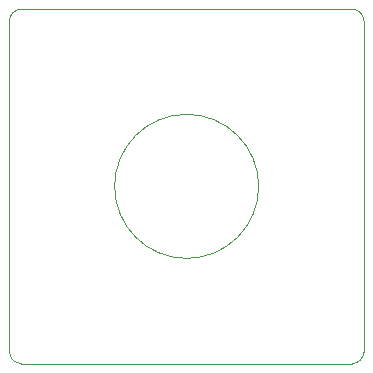
<source format=gm1>
G04 #@! TF.GenerationSoftware,KiCad,Pcbnew,7.0.5.1-1-g8f565ef7f0-dirty-deb11*
G04 #@! TF.CreationDate,2023-06-03T11:32:41+00:00*
G04 #@! TF.ProjectId,pedalboard-led-ring,70656461-6c62-46f6-9172-642d6c65642d,1.0.0*
G04 #@! TF.SameCoordinates,Original*
G04 #@! TF.FileFunction,Profile,NP*
%FSLAX46Y46*%
G04 Gerber Fmt 4.6, Leading zero omitted, Abs format (unit mm)*
G04 Created by KiCad (PCBNEW 7.0.5.1-1-g8f565ef7f0-dirty-deb11) date 2023-06-03 11:32:41*
%MOMM*%
%LPD*%
G01*
G04 APERTURE LIST*
G04 #@! TA.AperFunction,Profile*
%ADD10C,0.100000*%
G04 #@! TD*
G04 APERTURE END LIST*
D10*
X65000000Y-74000000D02*
G75*
G03*
X66000000Y-75000000I1000000J0D01*
G01*
X86100000Y-60000000D02*
G75*
G03*
X86100000Y-60000000I-6100000J0D01*
G01*
X95000000Y-46000000D02*
X95000000Y-74000000D01*
X65000000Y-74000000D02*
X65000000Y-46000000D01*
X94000000Y-75000000D02*
G75*
G03*
X95000000Y-74000000I0J1000000D01*
G01*
X66000000Y-45000000D02*
X94000000Y-45000000D01*
X94000000Y-75000000D02*
X66000000Y-75000000D01*
X66000000Y-45000000D02*
G75*
G03*
X65000000Y-46000000I0J-1000000D01*
G01*
X95000000Y-46000000D02*
G75*
G03*
X94000000Y-45000000I-1000000J0D01*
G01*
M02*

</source>
